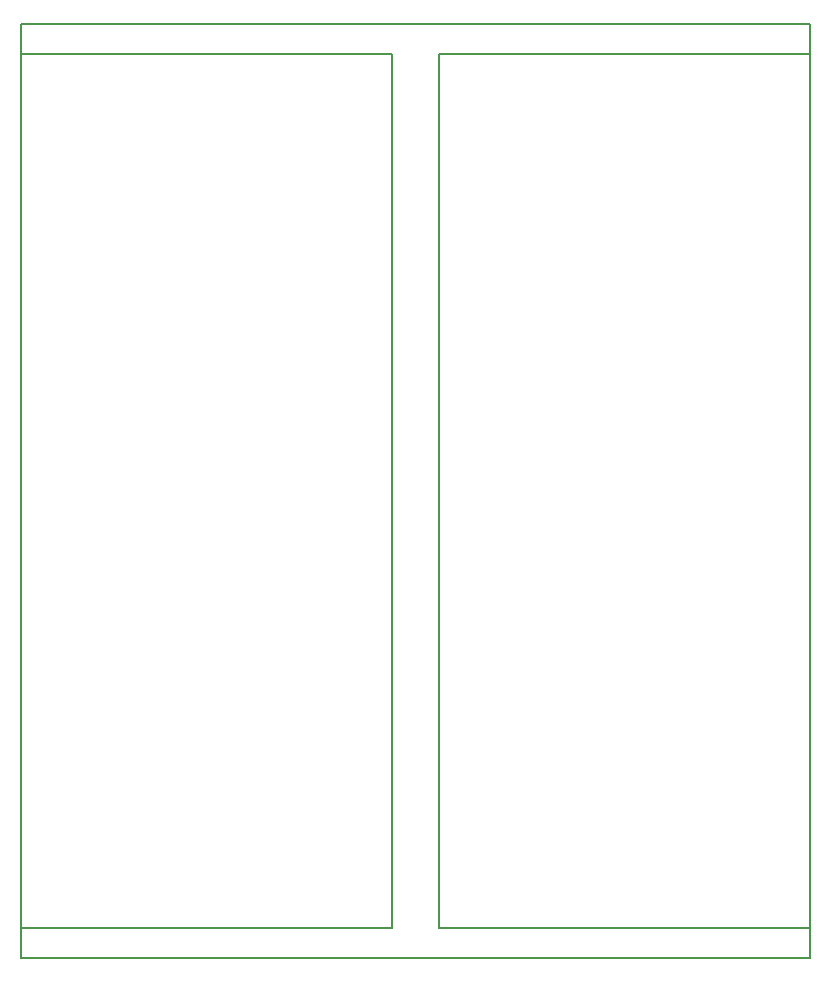
<source format=gbr>
G04 DipTrace 2.4.0.2*
%INBottomAssy.gbr*%
%MOIN*%
%ADD11C,0.0055*%
%FSLAX44Y44*%
G04*
G70*
G90*
G75*
G01*
%LNBotAssy*%
%LPD*%
X3940Y33068D2*
D11*
X16316D1*
Y3940D1*
X3940D1*
Y33068D1*
X17891D2*
X30268D1*
Y3940D1*
X17891D1*
Y33068D1*
X3940Y34068D2*
X30268D1*
Y2940D1*
X3940D1*
Y34068D1*
M02*

</source>
